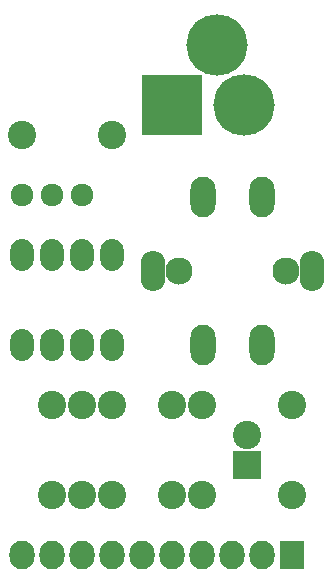
<source format=gbr>
G04 #@! TF.FileFunction,Soldermask,Bot*
%FSLAX46Y46*%
G04 Gerber Fmt 4.6, Leading zero omitted, Abs format (unit mm)*
G04 Created by KiCad (PCBNEW 4.0.2+dfsg1-stable) date Thu 08 Aug 2019 19:13:25 BST*
%MOMM*%
G01*
G04 APERTURE LIST*
%ADD10C,0.100000*%
%ADD11O,2.000000X2.700000*%
%ADD12C,1.924000*%
%ADD13C,5.200600*%
%ADD14R,5.200600X5.200600*%
%ADD15C,2.398980*%
%ADD16R,2.127200X2.432000*%
%ADD17O,2.127200X2.432000*%
%ADD18O,2.127200X3.448000*%
%ADD19O,2.100000X3.400000*%
%ADD20C,2.300000*%
%ADD21R,2.400000X2.400000*%
%ADD22C,2.400000*%
G04 APERTURE END LIST*
D10*
D11*
X139700000Y-114300000D03*
X142240000Y-114300000D03*
X144780000Y-114300000D03*
X147320000Y-114300000D03*
X147320000Y-106680000D03*
X144780000Y-106680000D03*
X142240000Y-106680000D03*
X139700000Y-106680000D03*
D12*
X142240000Y-101600000D03*
X144780000Y-101600000D03*
X139700000Y-101600000D03*
D13*
X158496000Y-93980000D03*
D14*
X152400000Y-93980000D03*
D13*
X156210000Y-88900000D03*
D15*
X154940000Y-119380000D03*
X154940000Y-127000000D03*
X152400000Y-119380000D03*
X152400000Y-127000000D03*
X147320000Y-119380000D03*
X147320000Y-127000000D03*
X144780000Y-119380000D03*
X144780000Y-127000000D03*
X142240000Y-119380000D03*
X142240000Y-127000000D03*
X139700000Y-96520000D03*
X147320000Y-96520000D03*
X162560000Y-127000000D03*
X162560000Y-119380000D03*
D16*
X162560000Y-132080000D03*
D17*
X160020000Y-132080000D03*
X157480000Y-132080000D03*
X154940000Y-132080000D03*
X152400000Y-132080000D03*
X149860000Y-132080000D03*
X147320000Y-132080000D03*
X144780000Y-132080000D03*
X142240000Y-132080000D03*
X139700000Y-132080000D03*
D18*
X160020000Y-114300000D03*
X155020000Y-114300000D03*
X160020000Y-101800000D03*
X155020000Y-101800000D03*
D19*
X164270000Y-108050000D03*
X150770000Y-108050000D03*
D20*
X162020000Y-108050000D03*
X153020000Y-108050000D03*
D21*
X158750000Y-124460000D03*
D22*
X158750000Y-121920000D03*
M02*

</source>
